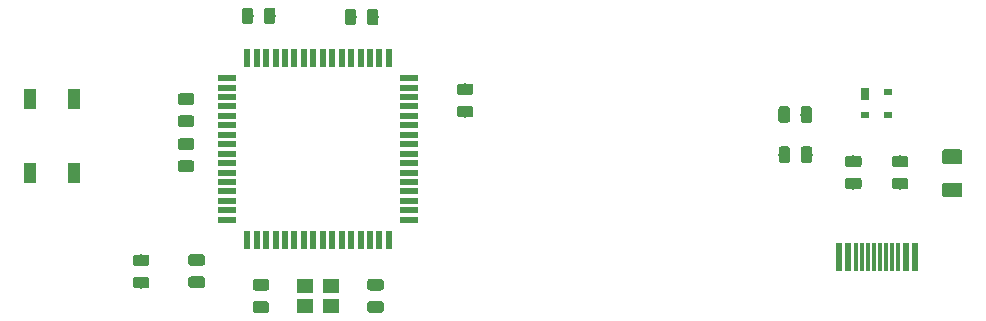
<source format=gbr>
G04 #@! TF.GenerationSoftware,KiCad,Pcbnew,(5.1.4)-1*
G04 #@! TF.CreationDate,2019-11-16T14:40:23-08:00*
G04 #@! TF.ProjectId,controller,636f6e74-726f-46c6-9c65-722e6b696361,rev?*
G04 #@! TF.SameCoordinates,Original*
G04 #@! TF.FileFunction,Paste,Top*
G04 #@! TF.FilePolarity,Positive*
%FSLAX46Y46*%
G04 Gerber Fmt 4.6, Leading zero omitted, Abs format (unit mm)*
G04 Created by KiCad (PCBNEW (5.1.4)-1) date 2019-11-16 14:40:23*
%MOMM*%
%LPD*%
G04 APERTURE LIST*
%ADD10R,0.550000X1.500000*%
%ADD11R,1.500000X0.550000*%
%ADD12R,1.400000X1.200000*%
%ADD13R,0.300000X2.450000*%
%ADD14R,0.600000X2.450000*%
%ADD15R,0.700000X1.000000*%
%ADD16R,0.700000X0.600000*%
%ADD17R,1.100000X1.800000*%
%ADD18C,0.100000*%
%ADD19C,0.975000*%
%ADD20C,1.250000*%
G04 APERTURE END LIST*
D10*
X62578474Y-86274481D03*
X63378474Y-86274481D03*
X64178474Y-86274481D03*
X64978474Y-86274481D03*
X65778474Y-86274481D03*
X66578474Y-86274481D03*
X67378474Y-86274481D03*
X68178474Y-86274481D03*
X68978474Y-86274481D03*
X69778474Y-86274481D03*
X70578474Y-86274481D03*
X71378474Y-86274481D03*
X72178474Y-86274481D03*
X72978474Y-86274481D03*
X73778474Y-86274481D03*
X74578474Y-86274481D03*
D11*
X76278474Y-87974481D03*
X76278474Y-88774481D03*
X76278474Y-89574481D03*
X76278474Y-90374481D03*
X76278474Y-91174481D03*
X76278474Y-91974481D03*
X76278474Y-92774481D03*
X76278474Y-93574481D03*
X76278474Y-94374481D03*
X76278474Y-95174481D03*
X76278474Y-95974481D03*
X76278474Y-96774481D03*
X76278474Y-97574481D03*
X76278474Y-98374481D03*
X76278474Y-99174481D03*
X76278474Y-99974481D03*
D10*
X74578474Y-101674481D03*
X73778474Y-101674481D03*
X72978474Y-101674481D03*
X72178474Y-101674481D03*
X71378474Y-101674481D03*
X70578474Y-101674481D03*
X69778474Y-101674481D03*
X68978474Y-101674481D03*
X68178474Y-101674481D03*
X67378474Y-101674481D03*
X66578474Y-101674481D03*
X65778474Y-101674481D03*
X64978474Y-101674481D03*
X64178474Y-101674481D03*
X63378474Y-101674481D03*
X62578474Y-101674481D03*
D11*
X60878474Y-99974481D03*
X60878474Y-99174481D03*
X60878474Y-98374481D03*
X60878474Y-97574481D03*
X60878474Y-96774481D03*
X60878474Y-95974481D03*
X60878474Y-95174481D03*
X60878474Y-94374481D03*
X60878474Y-93574481D03*
X60878474Y-92774481D03*
X60878474Y-91974481D03*
X60878474Y-91174481D03*
X60878474Y-90374481D03*
X60878474Y-89574481D03*
X60878474Y-88774481D03*
X60878474Y-87974481D03*
D12*
X69693470Y-107248201D03*
X67493470Y-107248201D03*
X67493470Y-105548201D03*
X69693470Y-105548201D03*
D13*
X115637500Y-103152250D03*
X116137500Y-103152250D03*
X116637500Y-103152250D03*
X115137500Y-103152250D03*
X117137500Y-103152250D03*
X114637500Y-103152250D03*
X117637500Y-103152250D03*
X114137500Y-103152250D03*
D14*
X113437500Y-103152250D03*
X118337500Y-103152250D03*
X112662500Y-103152250D03*
X119112500Y-103152250D03*
D15*
X114871750Y-89359000D03*
D16*
X116871750Y-89159000D03*
X114871750Y-91059000D03*
X116871750Y-91059000D03*
D17*
X47887500Y-89768750D03*
X44187500Y-95968750D03*
X44187500Y-89768750D03*
X47887500Y-95968750D03*
D18*
G36*
X54074142Y-102921674D02*
G01*
X54097803Y-102925184D01*
X54121007Y-102930996D01*
X54143529Y-102939054D01*
X54165153Y-102949282D01*
X54185670Y-102961579D01*
X54204883Y-102975829D01*
X54222607Y-102991893D01*
X54238671Y-103009617D01*
X54252921Y-103028830D01*
X54265218Y-103049347D01*
X54275446Y-103070971D01*
X54283504Y-103093493D01*
X54289316Y-103116697D01*
X54292826Y-103140358D01*
X54294000Y-103164250D01*
X54294000Y-103651750D01*
X54292826Y-103675642D01*
X54289316Y-103699303D01*
X54283504Y-103722507D01*
X54275446Y-103745029D01*
X54265218Y-103766653D01*
X54252921Y-103787170D01*
X54238671Y-103806383D01*
X54222607Y-103824107D01*
X54204883Y-103840171D01*
X54185670Y-103854421D01*
X54165153Y-103866718D01*
X54143529Y-103876946D01*
X54121007Y-103885004D01*
X54097803Y-103890816D01*
X54074142Y-103894326D01*
X54050250Y-103895500D01*
X53137750Y-103895500D01*
X53113858Y-103894326D01*
X53090197Y-103890816D01*
X53066993Y-103885004D01*
X53044471Y-103876946D01*
X53022847Y-103866718D01*
X53002330Y-103854421D01*
X52983117Y-103840171D01*
X52965393Y-103824107D01*
X52949329Y-103806383D01*
X52935079Y-103787170D01*
X52922782Y-103766653D01*
X52912554Y-103745029D01*
X52904496Y-103722507D01*
X52898684Y-103699303D01*
X52895174Y-103675642D01*
X52894000Y-103651750D01*
X52894000Y-103164250D01*
X52895174Y-103140358D01*
X52898684Y-103116697D01*
X52904496Y-103093493D01*
X52912554Y-103070971D01*
X52922782Y-103049347D01*
X52935079Y-103028830D01*
X52949329Y-103009617D01*
X52965393Y-102991893D01*
X52983117Y-102975829D01*
X53002330Y-102961579D01*
X53022847Y-102949282D01*
X53044471Y-102939054D01*
X53066993Y-102930996D01*
X53090197Y-102925184D01*
X53113858Y-102921674D01*
X53137750Y-102920500D01*
X54050250Y-102920500D01*
X54074142Y-102921674D01*
X54074142Y-102921674D01*
G37*
D19*
X53594000Y-103408000D03*
D18*
G36*
X54074142Y-104796674D02*
G01*
X54097803Y-104800184D01*
X54121007Y-104805996D01*
X54143529Y-104814054D01*
X54165153Y-104824282D01*
X54185670Y-104836579D01*
X54204883Y-104850829D01*
X54222607Y-104866893D01*
X54238671Y-104884617D01*
X54252921Y-104903830D01*
X54265218Y-104924347D01*
X54275446Y-104945971D01*
X54283504Y-104968493D01*
X54289316Y-104991697D01*
X54292826Y-105015358D01*
X54294000Y-105039250D01*
X54294000Y-105526750D01*
X54292826Y-105550642D01*
X54289316Y-105574303D01*
X54283504Y-105597507D01*
X54275446Y-105620029D01*
X54265218Y-105641653D01*
X54252921Y-105662170D01*
X54238671Y-105681383D01*
X54222607Y-105699107D01*
X54204883Y-105715171D01*
X54185670Y-105729421D01*
X54165153Y-105741718D01*
X54143529Y-105751946D01*
X54121007Y-105760004D01*
X54097803Y-105765816D01*
X54074142Y-105769326D01*
X54050250Y-105770500D01*
X53137750Y-105770500D01*
X53113858Y-105769326D01*
X53090197Y-105765816D01*
X53066993Y-105760004D01*
X53044471Y-105751946D01*
X53022847Y-105741718D01*
X53002330Y-105729421D01*
X52983117Y-105715171D01*
X52965393Y-105699107D01*
X52949329Y-105681383D01*
X52935079Y-105662170D01*
X52922782Y-105641653D01*
X52912554Y-105620029D01*
X52904496Y-105597507D01*
X52898684Y-105574303D01*
X52895174Y-105550642D01*
X52894000Y-105526750D01*
X52894000Y-105039250D01*
X52895174Y-105015358D01*
X52898684Y-104991697D01*
X52904496Y-104968493D01*
X52912554Y-104945971D01*
X52922782Y-104924347D01*
X52935079Y-104903830D01*
X52949329Y-104884617D01*
X52965393Y-104866893D01*
X52983117Y-104850829D01*
X53002330Y-104836579D01*
X53022847Y-104824282D01*
X53044471Y-104814054D01*
X53066993Y-104805996D01*
X53090197Y-104800184D01*
X53113858Y-104796674D01*
X53137750Y-104795500D01*
X54050250Y-104795500D01*
X54074142Y-104796674D01*
X54074142Y-104796674D01*
G37*
D19*
X53594000Y-105283000D03*
D18*
G36*
X81506142Y-88443674D02*
G01*
X81529803Y-88447184D01*
X81553007Y-88452996D01*
X81575529Y-88461054D01*
X81597153Y-88471282D01*
X81617670Y-88483579D01*
X81636883Y-88497829D01*
X81654607Y-88513893D01*
X81670671Y-88531617D01*
X81684921Y-88550830D01*
X81697218Y-88571347D01*
X81707446Y-88592971D01*
X81715504Y-88615493D01*
X81721316Y-88638697D01*
X81724826Y-88662358D01*
X81726000Y-88686250D01*
X81726000Y-89173750D01*
X81724826Y-89197642D01*
X81721316Y-89221303D01*
X81715504Y-89244507D01*
X81707446Y-89267029D01*
X81697218Y-89288653D01*
X81684921Y-89309170D01*
X81670671Y-89328383D01*
X81654607Y-89346107D01*
X81636883Y-89362171D01*
X81617670Y-89376421D01*
X81597153Y-89388718D01*
X81575529Y-89398946D01*
X81553007Y-89407004D01*
X81529803Y-89412816D01*
X81506142Y-89416326D01*
X81482250Y-89417500D01*
X80569750Y-89417500D01*
X80545858Y-89416326D01*
X80522197Y-89412816D01*
X80498993Y-89407004D01*
X80476471Y-89398946D01*
X80454847Y-89388718D01*
X80434330Y-89376421D01*
X80415117Y-89362171D01*
X80397393Y-89346107D01*
X80381329Y-89328383D01*
X80367079Y-89309170D01*
X80354782Y-89288653D01*
X80344554Y-89267029D01*
X80336496Y-89244507D01*
X80330684Y-89221303D01*
X80327174Y-89197642D01*
X80326000Y-89173750D01*
X80326000Y-88686250D01*
X80327174Y-88662358D01*
X80330684Y-88638697D01*
X80336496Y-88615493D01*
X80344554Y-88592971D01*
X80354782Y-88571347D01*
X80367079Y-88550830D01*
X80381329Y-88531617D01*
X80397393Y-88513893D01*
X80415117Y-88497829D01*
X80434330Y-88483579D01*
X80454847Y-88471282D01*
X80476471Y-88461054D01*
X80498993Y-88452996D01*
X80522197Y-88447184D01*
X80545858Y-88443674D01*
X80569750Y-88442500D01*
X81482250Y-88442500D01*
X81506142Y-88443674D01*
X81506142Y-88443674D01*
G37*
D19*
X81026000Y-88930000D03*
D18*
G36*
X81506142Y-90318674D02*
G01*
X81529803Y-90322184D01*
X81553007Y-90327996D01*
X81575529Y-90336054D01*
X81597153Y-90346282D01*
X81617670Y-90358579D01*
X81636883Y-90372829D01*
X81654607Y-90388893D01*
X81670671Y-90406617D01*
X81684921Y-90425830D01*
X81697218Y-90446347D01*
X81707446Y-90467971D01*
X81715504Y-90490493D01*
X81721316Y-90513697D01*
X81724826Y-90537358D01*
X81726000Y-90561250D01*
X81726000Y-91048750D01*
X81724826Y-91072642D01*
X81721316Y-91096303D01*
X81715504Y-91119507D01*
X81707446Y-91142029D01*
X81697218Y-91163653D01*
X81684921Y-91184170D01*
X81670671Y-91203383D01*
X81654607Y-91221107D01*
X81636883Y-91237171D01*
X81617670Y-91251421D01*
X81597153Y-91263718D01*
X81575529Y-91273946D01*
X81553007Y-91282004D01*
X81529803Y-91287816D01*
X81506142Y-91291326D01*
X81482250Y-91292500D01*
X80569750Y-91292500D01*
X80545858Y-91291326D01*
X80522197Y-91287816D01*
X80498993Y-91282004D01*
X80476471Y-91273946D01*
X80454847Y-91263718D01*
X80434330Y-91251421D01*
X80415117Y-91237171D01*
X80397393Y-91221107D01*
X80381329Y-91203383D01*
X80367079Y-91184170D01*
X80354782Y-91163653D01*
X80344554Y-91142029D01*
X80336496Y-91119507D01*
X80330684Y-91096303D01*
X80327174Y-91072642D01*
X80326000Y-91048750D01*
X80326000Y-90561250D01*
X80327174Y-90537358D01*
X80330684Y-90513697D01*
X80336496Y-90490493D01*
X80344554Y-90467971D01*
X80354782Y-90446347D01*
X80367079Y-90425830D01*
X80381329Y-90406617D01*
X80397393Y-90388893D01*
X80415117Y-90372829D01*
X80434330Y-90358579D01*
X80454847Y-90346282D01*
X80476471Y-90336054D01*
X80498993Y-90327996D01*
X80522197Y-90322184D01*
X80545858Y-90318674D01*
X80569750Y-90317500D01*
X81482250Y-90317500D01*
X81506142Y-90318674D01*
X81506142Y-90318674D01*
G37*
D19*
X81026000Y-90805000D03*
D18*
G36*
X108326409Y-93757424D02*
G01*
X108350070Y-93760934D01*
X108373274Y-93766746D01*
X108395796Y-93774804D01*
X108417420Y-93785032D01*
X108437937Y-93797329D01*
X108457150Y-93811579D01*
X108474874Y-93827643D01*
X108490938Y-93845367D01*
X108505188Y-93864580D01*
X108517485Y-93885097D01*
X108527713Y-93906721D01*
X108535771Y-93929243D01*
X108541583Y-93952447D01*
X108545093Y-93976108D01*
X108546267Y-94000000D01*
X108546267Y-94912500D01*
X108545093Y-94936392D01*
X108541583Y-94960053D01*
X108535771Y-94983257D01*
X108527713Y-95005779D01*
X108517485Y-95027403D01*
X108505188Y-95047920D01*
X108490938Y-95067133D01*
X108474874Y-95084857D01*
X108457150Y-95100921D01*
X108437937Y-95115171D01*
X108417420Y-95127468D01*
X108395796Y-95137696D01*
X108373274Y-95145754D01*
X108350070Y-95151566D01*
X108326409Y-95155076D01*
X108302517Y-95156250D01*
X107815017Y-95156250D01*
X107791125Y-95155076D01*
X107767464Y-95151566D01*
X107744260Y-95145754D01*
X107721738Y-95137696D01*
X107700114Y-95127468D01*
X107679597Y-95115171D01*
X107660384Y-95100921D01*
X107642660Y-95084857D01*
X107626596Y-95067133D01*
X107612346Y-95047920D01*
X107600049Y-95027403D01*
X107589821Y-95005779D01*
X107581763Y-94983257D01*
X107575951Y-94960053D01*
X107572441Y-94936392D01*
X107571267Y-94912500D01*
X107571267Y-94000000D01*
X107572441Y-93976108D01*
X107575951Y-93952447D01*
X107581763Y-93929243D01*
X107589821Y-93906721D01*
X107600049Y-93885097D01*
X107612346Y-93864580D01*
X107626596Y-93845367D01*
X107642660Y-93827643D01*
X107660384Y-93811579D01*
X107679597Y-93797329D01*
X107700114Y-93785032D01*
X107721738Y-93774804D01*
X107744260Y-93766746D01*
X107767464Y-93760934D01*
X107791125Y-93757424D01*
X107815017Y-93756250D01*
X108302517Y-93756250D01*
X108326409Y-93757424D01*
X108326409Y-93757424D01*
G37*
D19*
X108058767Y-94456250D03*
D18*
G36*
X110201409Y-93757424D02*
G01*
X110225070Y-93760934D01*
X110248274Y-93766746D01*
X110270796Y-93774804D01*
X110292420Y-93785032D01*
X110312937Y-93797329D01*
X110332150Y-93811579D01*
X110349874Y-93827643D01*
X110365938Y-93845367D01*
X110380188Y-93864580D01*
X110392485Y-93885097D01*
X110402713Y-93906721D01*
X110410771Y-93929243D01*
X110416583Y-93952447D01*
X110420093Y-93976108D01*
X110421267Y-94000000D01*
X110421267Y-94912500D01*
X110420093Y-94936392D01*
X110416583Y-94960053D01*
X110410771Y-94983257D01*
X110402713Y-95005779D01*
X110392485Y-95027403D01*
X110380188Y-95047920D01*
X110365938Y-95067133D01*
X110349874Y-95084857D01*
X110332150Y-95100921D01*
X110312937Y-95115171D01*
X110292420Y-95127468D01*
X110270796Y-95137696D01*
X110248274Y-95145754D01*
X110225070Y-95151566D01*
X110201409Y-95155076D01*
X110177517Y-95156250D01*
X109690017Y-95156250D01*
X109666125Y-95155076D01*
X109642464Y-95151566D01*
X109619260Y-95145754D01*
X109596738Y-95137696D01*
X109575114Y-95127468D01*
X109554597Y-95115171D01*
X109535384Y-95100921D01*
X109517660Y-95084857D01*
X109501596Y-95067133D01*
X109487346Y-95047920D01*
X109475049Y-95027403D01*
X109464821Y-95005779D01*
X109456763Y-94983257D01*
X109450951Y-94960053D01*
X109447441Y-94936392D01*
X109446267Y-94912500D01*
X109446267Y-94000000D01*
X109447441Y-93976108D01*
X109450951Y-93952447D01*
X109456763Y-93929243D01*
X109464821Y-93906721D01*
X109475049Y-93885097D01*
X109487346Y-93864580D01*
X109501596Y-93845367D01*
X109517660Y-93827643D01*
X109535384Y-93811579D01*
X109554597Y-93797329D01*
X109575114Y-93785032D01*
X109596738Y-93774804D01*
X109619260Y-93766746D01*
X109642464Y-93760934D01*
X109666125Y-93757424D01*
X109690017Y-93756250D01*
X110177517Y-93756250D01*
X110201409Y-93757424D01*
X110201409Y-93757424D01*
G37*
D19*
X109933767Y-94456250D03*
D18*
G36*
X110186409Y-90360174D02*
G01*
X110210070Y-90363684D01*
X110233274Y-90369496D01*
X110255796Y-90377554D01*
X110277420Y-90387782D01*
X110297937Y-90400079D01*
X110317150Y-90414329D01*
X110334874Y-90430393D01*
X110350938Y-90448117D01*
X110365188Y-90467330D01*
X110377485Y-90487847D01*
X110387713Y-90509471D01*
X110395771Y-90531993D01*
X110401583Y-90555197D01*
X110405093Y-90578858D01*
X110406267Y-90602750D01*
X110406267Y-91515250D01*
X110405093Y-91539142D01*
X110401583Y-91562803D01*
X110395771Y-91586007D01*
X110387713Y-91608529D01*
X110377485Y-91630153D01*
X110365188Y-91650670D01*
X110350938Y-91669883D01*
X110334874Y-91687607D01*
X110317150Y-91703671D01*
X110297937Y-91717921D01*
X110277420Y-91730218D01*
X110255796Y-91740446D01*
X110233274Y-91748504D01*
X110210070Y-91754316D01*
X110186409Y-91757826D01*
X110162517Y-91759000D01*
X109675017Y-91759000D01*
X109651125Y-91757826D01*
X109627464Y-91754316D01*
X109604260Y-91748504D01*
X109581738Y-91740446D01*
X109560114Y-91730218D01*
X109539597Y-91717921D01*
X109520384Y-91703671D01*
X109502660Y-91687607D01*
X109486596Y-91669883D01*
X109472346Y-91650670D01*
X109460049Y-91630153D01*
X109449821Y-91608529D01*
X109441763Y-91586007D01*
X109435951Y-91562803D01*
X109432441Y-91539142D01*
X109431267Y-91515250D01*
X109431267Y-90602750D01*
X109432441Y-90578858D01*
X109435951Y-90555197D01*
X109441763Y-90531993D01*
X109449821Y-90509471D01*
X109460049Y-90487847D01*
X109472346Y-90467330D01*
X109486596Y-90448117D01*
X109502660Y-90430393D01*
X109520384Y-90414329D01*
X109539597Y-90400079D01*
X109560114Y-90387782D01*
X109581738Y-90377554D01*
X109604260Y-90369496D01*
X109627464Y-90363684D01*
X109651125Y-90360174D01*
X109675017Y-90359000D01*
X110162517Y-90359000D01*
X110186409Y-90360174D01*
X110186409Y-90360174D01*
G37*
D19*
X109918767Y-91059000D03*
D18*
G36*
X108311409Y-90360174D02*
G01*
X108335070Y-90363684D01*
X108358274Y-90369496D01*
X108380796Y-90377554D01*
X108402420Y-90387782D01*
X108422937Y-90400079D01*
X108442150Y-90414329D01*
X108459874Y-90430393D01*
X108475938Y-90448117D01*
X108490188Y-90467330D01*
X108502485Y-90487847D01*
X108512713Y-90509471D01*
X108520771Y-90531993D01*
X108526583Y-90555197D01*
X108530093Y-90578858D01*
X108531267Y-90602750D01*
X108531267Y-91515250D01*
X108530093Y-91539142D01*
X108526583Y-91562803D01*
X108520771Y-91586007D01*
X108512713Y-91608529D01*
X108502485Y-91630153D01*
X108490188Y-91650670D01*
X108475938Y-91669883D01*
X108459874Y-91687607D01*
X108442150Y-91703671D01*
X108422937Y-91717921D01*
X108402420Y-91730218D01*
X108380796Y-91740446D01*
X108358274Y-91748504D01*
X108335070Y-91754316D01*
X108311409Y-91757826D01*
X108287517Y-91759000D01*
X107800017Y-91759000D01*
X107776125Y-91757826D01*
X107752464Y-91754316D01*
X107729260Y-91748504D01*
X107706738Y-91740446D01*
X107685114Y-91730218D01*
X107664597Y-91717921D01*
X107645384Y-91703671D01*
X107627660Y-91687607D01*
X107611596Y-91669883D01*
X107597346Y-91650670D01*
X107585049Y-91630153D01*
X107574821Y-91608529D01*
X107566763Y-91586007D01*
X107560951Y-91562803D01*
X107557441Y-91539142D01*
X107556267Y-91515250D01*
X107556267Y-90602750D01*
X107557441Y-90578858D01*
X107560951Y-90555197D01*
X107566763Y-90531993D01*
X107574821Y-90509471D01*
X107585049Y-90487847D01*
X107597346Y-90467330D01*
X107611596Y-90448117D01*
X107627660Y-90430393D01*
X107645384Y-90414329D01*
X107664597Y-90400079D01*
X107685114Y-90387782D01*
X107706738Y-90377554D01*
X107729260Y-90369496D01*
X107752464Y-90363684D01*
X107776125Y-90360174D01*
X107800017Y-90359000D01*
X108287517Y-90359000D01*
X108311409Y-90360174D01*
X108311409Y-90360174D01*
G37*
D19*
X108043767Y-91059000D03*
D18*
G36*
X118343000Y-94542748D02*
G01*
X118366661Y-94546258D01*
X118389865Y-94552070D01*
X118412387Y-94560128D01*
X118434011Y-94570356D01*
X118454528Y-94582653D01*
X118473741Y-94596903D01*
X118491465Y-94612967D01*
X118507529Y-94630691D01*
X118521779Y-94649904D01*
X118534076Y-94670421D01*
X118544304Y-94692045D01*
X118552362Y-94714567D01*
X118558174Y-94737771D01*
X118561684Y-94761432D01*
X118562858Y-94785324D01*
X118562858Y-95272824D01*
X118561684Y-95296716D01*
X118558174Y-95320377D01*
X118552362Y-95343581D01*
X118544304Y-95366103D01*
X118534076Y-95387727D01*
X118521779Y-95408244D01*
X118507529Y-95427457D01*
X118491465Y-95445181D01*
X118473741Y-95461245D01*
X118454528Y-95475495D01*
X118434011Y-95487792D01*
X118412387Y-95498020D01*
X118389865Y-95506078D01*
X118366661Y-95511890D01*
X118343000Y-95515400D01*
X118319108Y-95516574D01*
X117406608Y-95516574D01*
X117382716Y-95515400D01*
X117359055Y-95511890D01*
X117335851Y-95506078D01*
X117313329Y-95498020D01*
X117291705Y-95487792D01*
X117271188Y-95475495D01*
X117251975Y-95461245D01*
X117234251Y-95445181D01*
X117218187Y-95427457D01*
X117203937Y-95408244D01*
X117191640Y-95387727D01*
X117181412Y-95366103D01*
X117173354Y-95343581D01*
X117167542Y-95320377D01*
X117164032Y-95296716D01*
X117162858Y-95272824D01*
X117162858Y-94785324D01*
X117164032Y-94761432D01*
X117167542Y-94737771D01*
X117173354Y-94714567D01*
X117181412Y-94692045D01*
X117191640Y-94670421D01*
X117203937Y-94649904D01*
X117218187Y-94630691D01*
X117234251Y-94612967D01*
X117251975Y-94596903D01*
X117271188Y-94582653D01*
X117291705Y-94570356D01*
X117313329Y-94560128D01*
X117335851Y-94552070D01*
X117359055Y-94546258D01*
X117382716Y-94542748D01*
X117406608Y-94541574D01*
X118319108Y-94541574D01*
X118343000Y-94542748D01*
X118343000Y-94542748D01*
G37*
D19*
X117862858Y-95029074D03*
D18*
G36*
X118343000Y-96417748D02*
G01*
X118366661Y-96421258D01*
X118389865Y-96427070D01*
X118412387Y-96435128D01*
X118434011Y-96445356D01*
X118454528Y-96457653D01*
X118473741Y-96471903D01*
X118491465Y-96487967D01*
X118507529Y-96505691D01*
X118521779Y-96524904D01*
X118534076Y-96545421D01*
X118544304Y-96567045D01*
X118552362Y-96589567D01*
X118558174Y-96612771D01*
X118561684Y-96636432D01*
X118562858Y-96660324D01*
X118562858Y-97147824D01*
X118561684Y-97171716D01*
X118558174Y-97195377D01*
X118552362Y-97218581D01*
X118544304Y-97241103D01*
X118534076Y-97262727D01*
X118521779Y-97283244D01*
X118507529Y-97302457D01*
X118491465Y-97320181D01*
X118473741Y-97336245D01*
X118454528Y-97350495D01*
X118434011Y-97362792D01*
X118412387Y-97373020D01*
X118389865Y-97381078D01*
X118366661Y-97386890D01*
X118343000Y-97390400D01*
X118319108Y-97391574D01*
X117406608Y-97391574D01*
X117382716Y-97390400D01*
X117359055Y-97386890D01*
X117335851Y-97381078D01*
X117313329Y-97373020D01*
X117291705Y-97362792D01*
X117271188Y-97350495D01*
X117251975Y-97336245D01*
X117234251Y-97320181D01*
X117218187Y-97302457D01*
X117203937Y-97283244D01*
X117191640Y-97262727D01*
X117181412Y-97241103D01*
X117173354Y-97218581D01*
X117167542Y-97195377D01*
X117164032Y-97171716D01*
X117162858Y-97147824D01*
X117162858Y-96660324D01*
X117164032Y-96636432D01*
X117167542Y-96612771D01*
X117173354Y-96589567D01*
X117181412Y-96567045D01*
X117191640Y-96545421D01*
X117203937Y-96524904D01*
X117218187Y-96505691D01*
X117234251Y-96487967D01*
X117251975Y-96471903D01*
X117271188Y-96457653D01*
X117291705Y-96445356D01*
X117313329Y-96435128D01*
X117335851Y-96427070D01*
X117359055Y-96421258D01*
X117382716Y-96417748D01*
X117406608Y-96416574D01*
X118319108Y-96416574D01*
X118343000Y-96417748D01*
X118343000Y-96417748D01*
G37*
D19*
X117862858Y-96904074D03*
D18*
G36*
X114374250Y-94542748D02*
G01*
X114397911Y-94546258D01*
X114421115Y-94552070D01*
X114443637Y-94560128D01*
X114465261Y-94570356D01*
X114485778Y-94582653D01*
X114504991Y-94596903D01*
X114522715Y-94612967D01*
X114538779Y-94630691D01*
X114553029Y-94649904D01*
X114565326Y-94670421D01*
X114575554Y-94692045D01*
X114583612Y-94714567D01*
X114589424Y-94737771D01*
X114592934Y-94761432D01*
X114594108Y-94785324D01*
X114594108Y-95272824D01*
X114592934Y-95296716D01*
X114589424Y-95320377D01*
X114583612Y-95343581D01*
X114575554Y-95366103D01*
X114565326Y-95387727D01*
X114553029Y-95408244D01*
X114538779Y-95427457D01*
X114522715Y-95445181D01*
X114504991Y-95461245D01*
X114485778Y-95475495D01*
X114465261Y-95487792D01*
X114443637Y-95498020D01*
X114421115Y-95506078D01*
X114397911Y-95511890D01*
X114374250Y-95515400D01*
X114350358Y-95516574D01*
X113437858Y-95516574D01*
X113413966Y-95515400D01*
X113390305Y-95511890D01*
X113367101Y-95506078D01*
X113344579Y-95498020D01*
X113322955Y-95487792D01*
X113302438Y-95475495D01*
X113283225Y-95461245D01*
X113265501Y-95445181D01*
X113249437Y-95427457D01*
X113235187Y-95408244D01*
X113222890Y-95387727D01*
X113212662Y-95366103D01*
X113204604Y-95343581D01*
X113198792Y-95320377D01*
X113195282Y-95296716D01*
X113194108Y-95272824D01*
X113194108Y-94785324D01*
X113195282Y-94761432D01*
X113198792Y-94737771D01*
X113204604Y-94714567D01*
X113212662Y-94692045D01*
X113222890Y-94670421D01*
X113235187Y-94649904D01*
X113249437Y-94630691D01*
X113265501Y-94612967D01*
X113283225Y-94596903D01*
X113302438Y-94582653D01*
X113322955Y-94570356D01*
X113344579Y-94560128D01*
X113367101Y-94552070D01*
X113390305Y-94546258D01*
X113413966Y-94542748D01*
X113437858Y-94541574D01*
X114350358Y-94541574D01*
X114374250Y-94542748D01*
X114374250Y-94542748D01*
G37*
D19*
X113894108Y-95029074D03*
D18*
G36*
X114374250Y-96417748D02*
G01*
X114397911Y-96421258D01*
X114421115Y-96427070D01*
X114443637Y-96435128D01*
X114465261Y-96445356D01*
X114485778Y-96457653D01*
X114504991Y-96471903D01*
X114522715Y-96487967D01*
X114538779Y-96505691D01*
X114553029Y-96524904D01*
X114565326Y-96545421D01*
X114575554Y-96567045D01*
X114583612Y-96589567D01*
X114589424Y-96612771D01*
X114592934Y-96636432D01*
X114594108Y-96660324D01*
X114594108Y-97147824D01*
X114592934Y-97171716D01*
X114589424Y-97195377D01*
X114583612Y-97218581D01*
X114575554Y-97241103D01*
X114565326Y-97262727D01*
X114553029Y-97283244D01*
X114538779Y-97302457D01*
X114522715Y-97320181D01*
X114504991Y-97336245D01*
X114485778Y-97350495D01*
X114465261Y-97362792D01*
X114443637Y-97373020D01*
X114421115Y-97381078D01*
X114397911Y-97386890D01*
X114374250Y-97390400D01*
X114350358Y-97391574D01*
X113437858Y-97391574D01*
X113413966Y-97390400D01*
X113390305Y-97386890D01*
X113367101Y-97381078D01*
X113344579Y-97373020D01*
X113322955Y-97362792D01*
X113302438Y-97350495D01*
X113283225Y-97336245D01*
X113265501Y-97320181D01*
X113249437Y-97302457D01*
X113235187Y-97283244D01*
X113222890Y-97262727D01*
X113212662Y-97241103D01*
X113204604Y-97218581D01*
X113198792Y-97195377D01*
X113195282Y-97171716D01*
X113194108Y-97147824D01*
X113194108Y-96660324D01*
X113195282Y-96636432D01*
X113198792Y-96612771D01*
X113204604Y-96589567D01*
X113212662Y-96567045D01*
X113222890Y-96545421D01*
X113235187Y-96524904D01*
X113249437Y-96505691D01*
X113265501Y-96487967D01*
X113283225Y-96471903D01*
X113302438Y-96457653D01*
X113322955Y-96445356D01*
X113344579Y-96435128D01*
X113367101Y-96427070D01*
X113390305Y-96421258D01*
X113413966Y-96417748D01*
X113437858Y-96416574D01*
X114350358Y-96416574D01*
X114374250Y-96417748D01*
X114374250Y-96417748D01*
G37*
D19*
X113894108Y-96904074D03*
D18*
G36*
X122911056Y-96818983D02*
G01*
X122935325Y-96822583D01*
X122959123Y-96828544D01*
X122982223Y-96836809D01*
X123004401Y-96847299D01*
X123025445Y-96859912D01*
X123045150Y-96874526D01*
X123063329Y-96891002D01*
X123079805Y-96909181D01*
X123094419Y-96928886D01*
X123107032Y-96949930D01*
X123117522Y-96972108D01*
X123125787Y-96995208D01*
X123131748Y-97019006D01*
X123135348Y-97043275D01*
X123136552Y-97067779D01*
X123136552Y-97817779D01*
X123135348Y-97842283D01*
X123131748Y-97866552D01*
X123125787Y-97890350D01*
X123117522Y-97913450D01*
X123107032Y-97935628D01*
X123094419Y-97956672D01*
X123079805Y-97976377D01*
X123063329Y-97994556D01*
X123045150Y-98011032D01*
X123025445Y-98025646D01*
X123004401Y-98038259D01*
X122982223Y-98048749D01*
X122959123Y-98057014D01*
X122935325Y-98062975D01*
X122911056Y-98066575D01*
X122886552Y-98067779D01*
X121636552Y-98067779D01*
X121612048Y-98066575D01*
X121587779Y-98062975D01*
X121563981Y-98057014D01*
X121540881Y-98048749D01*
X121518703Y-98038259D01*
X121497659Y-98025646D01*
X121477954Y-98011032D01*
X121459775Y-97994556D01*
X121443299Y-97976377D01*
X121428685Y-97956672D01*
X121416072Y-97935628D01*
X121405582Y-97913450D01*
X121397317Y-97890350D01*
X121391356Y-97866552D01*
X121387756Y-97842283D01*
X121386552Y-97817779D01*
X121386552Y-97067779D01*
X121387756Y-97043275D01*
X121391356Y-97019006D01*
X121397317Y-96995208D01*
X121405582Y-96972108D01*
X121416072Y-96949930D01*
X121428685Y-96928886D01*
X121443299Y-96909181D01*
X121459775Y-96891002D01*
X121477954Y-96874526D01*
X121497659Y-96859912D01*
X121518703Y-96847299D01*
X121540881Y-96836809D01*
X121563981Y-96828544D01*
X121587779Y-96822583D01*
X121612048Y-96818983D01*
X121636552Y-96817779D01*
X122886552Y-96817779D01*
X122911056Y-96818983D01*
X122911056Y-96818983D01*
G37*
D20*
X122261552Y-97442779D03*
D18*
G36*
X122911056Y-94018983D02*
G01*
X122935325Y-94022583D01*
X122959123Y-94028544D01*
X122982223Y-94036809D01*
X123004401Y-94047299D01*
X123025445Y-94059912D01*
X123045150Y-94074526D01*
X123063329Y-94091002D01*
X123079805Y-94109181D01*
X123094419Y-94128886D01*
X123107032Y-94149930D01*
X123117522Y-94172108D01*
X123125787Y-94195208D01*
X123131748Y-94219006D01*
X123135348Y-94243275D01*
X123136552Y-94267779D01*
X123136552Y-95017779D01*
X123135348Y-95042283D01*
X123131748Y-95066552D01*
X123125787Y-95090350D01*
X123117522Y-95113450D01*
X123107032Y-95135628D01*
X123094419Y-95156672D01*
X123079805Y-95176377D01*
X123063329Y-95194556D01*
X123045150Y-95211032D01*
X123025445Y-95225646D01*
X123004401Y-95238259D01*
X122982223Y-95248749D01*
X122959123Y-95257014D01*
X122935325Y-95262975D01*
X122911056Y-95266575D01*
X122886552Y-95267779D01*
X121636552Y-95267779D01*
X121612048Y-95266575D01*
X121587779Y-95262975D01*
X121563981Y-95257014D01*
X121540881Y-95248749D01*
X121518703Y-95238259D01*
X121497659Y-95225646D01*
X121477954Y-95211032D01*
X121459775Y-95194556D01*
X121443299Y-95176377D01*
X121428685Y-95156672D01*
X121416072Y-95135628D01*
X121405582Y-95113450D01*
X121397317Y-95090350D01*
X121391356Y-95066552D01*
X121387756Y-95042283D01*
X121386552Y-95017779D01*
X121386552Y-94267779D01*
X121387756Y-94243275D01*
X121391356Y-94219006D01*
X121397317Y-94195208D01*
X121405582Y-94172108D01*
X121416072Y-94149930D01*
X121428685Y-94128886D01*
X121443299Y-94109181D01*
X121459775Y-94091002D01*
X121477954Y-94074526D01*
X121497659Y-94059912D01*
X121518703Y-94047299D01*
X121540881Y-94036809D01*
X121563981Y-94028544D01*
X121587779Y-94022583D01*
X121612048Y-94018983D01*
X121636552Y-94017779D01*
X122886552Y-94017779D01*
X122911056Y-94018983D01*
X122911056Y-94018983D01*
G37*
D20*
X122261552Y-94642779D03*
D18*
G36*
X57884142Y-89254174D02*
G01*
X57907803Y-89257684D01*
X57931007Y-89263496D01*
X57953529Y-89271554D01*
X57975153Y-89281782D01*
X57995670Y-89294079D01*
X58014883Y-89308329D01*
X58032607Y-89324393D01*
X58048671Y-89342117D01*
X58062921Y-89361330D01*
X58075218Y-89381847D01*
X58085446Y-89403471D01*
X58093504Y-89425993D01*
X58099316Y-89449197D01*
X58102826Y-89472858D01*
X58104000Y-89496750D01*
X58104000Y-89984250D01*
X58102826Y-90008142D01*
X58099316Y-90031803D01*
X58093504Y-90055007D01*
X58085446Y-90077529D01*
X58075218Y-90099153D01*
X58062921Y-90119670D01*
X58048671Y-90138883D01*
X58032607Y-90156607D01*
X58014883Y-90172671D01*
X57995670Y-90186921D01*
X57975153Y-90199218D01*
X57953529Y-90209446D01*
X57931007Y-90217504D01*
X57907803Y-90223316D01*
X57884142Y-90226826D01*
X57860250Y-90228000D01*
X56947750Y-90228000D01*
X56923858Y-90226826D01*
X56900197Y-90223316D01*
X56876993Y-90217504D01*
X56854471Y-90209446D01*
X56832847Y-90199218D01*
X56812330Y-90186921D01*
X56793117Y-90172671D01*
X56775393Y-90156607D01*
X56759329Y-90138883D01*
X56745079Y-90119670D01*
X56732782Y-90099153D01*
X56722554Y-90077529D01*
X56714496Y-90055007D01*
X56708684Y-90031803D01*
X56705174Y-90008142D01*
X56704000Y-89984250D01*
X56704000Y-89496750D01*
X56705174Y-89472858D01*
X56708684Y-89449197D01*
X56714496Y-89425993D01*
X56722554Y-89403471D01*
X56732782Y-89381847D01*
X56745079Y-89361330D01*
X56759329Y-89342117D01*
X56775393Y-89324393D01*
X56793117Y-89308329D01*
X56812330Y-89294079D01*
X56832847Y-89281782D01*
X56854471Y-89271554D01*
X56876993Y-89263496D01*
X56900197Y-89257684D01*
X56923858Y-89254174D01*
X56947750Y-89253000D01*
X57860250Y-89253000D01*
X57884142Y-89254174D01*
X57884142Y-89254174D01*
G37*
D19*
X57404000Y-89740500D03*
D18*
G36*
X57884142Y-91129174D02*
G01*
X57907803Y-91132684D01*
X57931007Y-91138496D01*
X57953529Y-91146554D01*
X57975153Y-91156782D01*
X57995670Y-91169079D01*
X58014883Y-91183329D01*
X58032607Y-91199393D01*
X58048671Y-91217117D01*
X58062921Y-91236330D01*
X58075218Y-91256847D01*
X58085446Y-91278471D01*
X58093504Y-91300993D01*
X58099316Y-91324197D01*
X58102826Y-91347858D01*
X58104000Y-91371750D01*
X58104000Y-91859250D01*
X58102826Y-91883142D01*
X58099316Y-91906803D01*
X58093504Y-91930007D01*
X58085446Y-91952529D01*
X58075218Y-91974153D01*
X58062921Y-91994670D01*
X58048671Y-92013883D01*
X58032607Y-92031607D01*
X58014883Y-92047671D01*
X57995670Y-92061921D01*
X57975153Y-92074218D01*
X57953529Y-92084446D01*
X57931007Y-92092504D01*
X57907803Y-92098316D01*
X57884142Y-92101826D01*
X57860250Y-92103000D01*
X56947750Y-92103000D01*
X56923858Y-92101826D01*
X56900197Y-92098316D01*
X56876993Y-92092504D01*
X56854471Y-92084446D01*
X56832847Y-92074218D01*
X56812330Y-92061921D01*
X56793117Y-92047671D01*
X56775393Y-92031607D01*
X56759329Y-92013883D01*
X56745079Y-91994670D01*
X56732782Y-91974153D01*
X56722554Y-91952529D01*
X56714496Y-91930007D01*
X56708684Y-91906803D01*
X56705174Y-91883142D01*
X56704000Y-91859250D01*
X56704000Y-91371750D01*
X56705174Y-91347858D01*
X56708684Y-91324197D01*
X56714496Y-91300993D01*
X56722554Y-91278471D01*
X56732782Y-91256847D01*
X56745079Y-91236330D01*
X56759329Y-91217117D01*
X56775393Y-91199393D01*
X56793117Y-91183329D01*
X56812330Y-91169079D01*
X56832847Y-91156782D01*
X56854471Y-91146554D01*
X56876993Y-91138496D01*
X56900197Y-91132684D01*
X56923858Y-91129174D01*
X56947750Y-91128000D01*
X57860250Y-91128000D01*
X57884142Y-91129174D01*
X57884142Y-91129174D01*
G37*
D19*
X57404000Y-91615500D03*
D18*
G36*
X64750366Y-82004405D02*
G01*
X64774027Y-82007915D01*
X64797231Y-82013727D01*
X64819753Y-82021785D01*
X64841377Y-82032013D01*
X64861894Y-82044310D01*
X64881107Y-82058560D01*
X64898831Y-82074624D01*
X64914895Y-82092348D01*
X64929145Y-82111561D01*
X64941442Y-82132078D01*
X64951670Y-82153702D01*
X64959728Y-82176224D01*
X64965540Y-82199428D01*
X64969050Y-82223089D01*
X64970224Y-82246981D01*
X64970224Y-83159481D01*
X64969050Y-83183373D01*
X64965540Y-83207034D01*
X64959728Y-83230238D01*
X64951670Y-83252760D01*
X64941442Y-83274384D01*
X64929145Y-83294901D01*
X64914895Y-83314114D01*
X64898831Y-83331838D01*
X64881107Y-83347902D01*
X64861894Y-83362152D01*
X64841377Y-83374449D01*
X64819753Y-83384677D01*
X64797231Y-83392735D01*
X64774027Y-83398547D01*
X64750366Y-83402057D01*
X64726474Y-83403231D01*
X64238974Y-83403231D01*
X64215082Y-83402057D01*
X64191421Y-83398547D01*
X64168217Y-83392735D01*
X64145695Y-83384677D01*
X64124071Y-83374449D01*
X64103554Y-83362152D01*
X64084341Y-83347902D01*
X64066617Y-83331838D01*
X64050553Y-83314114D01*
X64036303Y-83294901D01*
X64024006Y-83274384D01*
X64013778Y-83252760D01*
X64005720Y-83230238D01*
X63999908Y-83207034D01*
X63996398Y-83183373D01*
X63995224Y-83159481D01*
X63995224Y-82246981D01*
X63996398Y-82223089D01*
X63999908Y-82199428D01*
X64005720Y-82176224D01*
X64013778Y-82153702D01*
X64024006Y-82132078D01*
X64036303Y-82111561D01*
X64050553Y-82092348D01*
X64066617Y-82074624D01*
X64084341Y-82058560D01*
X64103554Y-82044310D01*
X64124071Y-82032013D01*
X64145695Y-82021785D01*
X64168217Y-82013727D01*
X64191421Y-82007915D01*
X64215082Y-82004405D01*
X64238974Y-82003231D01*
X64726474Y-82003231D01*
X64750366Y-82004405D01*
X64750366Y-82004405D01*
G37*
D19*
X64482724Y-82703231D03*
D18*
G36*
X62875366Y-82004405D02*
G01*
X62899027Y-82007915D01*
X62922231Y-82013727D01*
X62944753Y-82021785D01*
X62966377Y-82032013D01*
X62986894Y-82044310D01*
X63006107Y-82058560D01*
X63023831Y-82074624D01*
X63039895Y-82092348D01*
X63054145Y-82111561D01*
X63066442Y-82132078D01*
X63076670Y-82153702D01*
X63084728Y-82176224D01*
X63090540Y-82199428D01*
X63094050Y-82223089D01*
X63095224Y-82246981D01*
X63095224Y-83159481D01*
X63094050Y-83183373D01*
X63090540Y-83207034D01*
X63084728Y-83230238D01*
X63076670Y-83252760D01*
X63066442Y-83274384D01*
X63054145Y-83294901D01*
X63039895Y-83314114D01*
X63023831Y-83331838D01*
X63006107Y-83347902D01*
X62986894Y-83362152D01*
X62966377Y-83374449D01*
X62944753Y-83384677D01*
X62922231Y-83392735D01*
X62899027Y-83398547D01*
X62875366Y-83402057D01*
X62851474Y-83403231D01*
X62363974Y-83403231D01*
X62340082Y-83402057D01*
X62316421Y-83398547D01*
X62293217Y-83392735D01*
X62270695Y-83384677D01*
X62249071Y-83374449D01*
X62228554Y-83362152D01*
X62209341Y-83347902D01*
X62191617Y-83331838D01*
X62175553Y-83314114D01*
X62161303Y-83294901D01*
X62149006Y-83274384D01*
X62138778Y-83252760D01*
X62130720Y-83230238D01*
X62124908Y-83207034D01*
X62121398Y-83183373D01*
X62120224Y-83159481D01*
X62120224Y-82246981D01*
X62121398Y-82223089D01*
X62124908Y-82199428D01*
X62130720Y-82176224D01*
X62138778Y-82153702D01*
X62149006Y-82132078D01*
X62161303Y-82111561D01*
X62175553Y-82092348D01*
X62191617Y-82074624D01*
X62209341Y-82058560D01*
X62228554Y-82044310D01*
X62249071Y-82032013D01*
X62270695Y-82021785D01*
X62293217Y-82013727D01*
X62316421Y-82007915D01*
X62340082Y-82004405D01*
X62363974Y-82003231D01*
X62851474Y-82003231D01*
X62875366Y-82004405D01*
X62875366Y-82004405D01*
G37*
D19*
X62607724Y-82703231D03*
D18*
G36*
X57884142Y-93064174D02*
G01*
X57907803Y-93067684D01*
X57931007Y-93073496D01*
X57953529Y-93081554D01*
X57975153Y-93091782D01*
X57995670Y-93104079D01*
X58014883Y-93118329D01*
X58032607Y-93134393D01*
X58048671Y-93152117D01*
X58062921Y-93171330D01*
X58075218Y-93191847D01*
X58085446Y-93213471D01*
X58093504Y-93235993D01*
X58099316Y-93259197D01*
X58102826Y-93282858D01*
X58104000Y-93306750D01*
X58104000Y-93794250D01*
X58102826Y-93818142D01*
X58099316Y-93841803D01*
X58093504Y-93865007D01*
X58085446Y-93887529D01*
X58075218Y-93909153D01*
X58062921Y-93929670D01*
X58048671Y-93948883D01*
X58032607Y-93966607D01*
X58014883Y-93982671D01*
X57995670Y-93996921D01*
X57975153Y-94009218D01*
X57953529Y-94019446D01*
X57931007Y-94027504D01*
X57907803Y-94033316D01*
X57884142Y-94036826D01*
X57860250Y-94038000D01*
X56947750Y-94038000D01*
X56923858Y-94036826D01*
X56900197Y-94033316D01*
X56876993Y-94027504D01*
X56854471Y-94019446D01*
X56832847Y-94009218D01*
X56812330Y-93996921D01*
X56793117Y-93982671D01*
X56775393Y-93966607D01*
X56759329Y-93948883D01*
X56745079Y-93929670D01*
X56732782Y-93909153D01*
X56722554Y-93887529D01*
X56714496Y-93865007D01*
X56708684Y-93841803D01*
X56705174Y-93818142D01*
X56704000Y-93794250D01*
X56704000Y-93306750D01*
X56705174Y-93282858D01*
X56708684Y-93259197D01*
X56714496Y-93235993D01*
X56722554Y-93213471D01*
X56732782Y-93191847D01*
X56745079Y-93171330D01*
X56759329Y-93152117D01*
X56775393Y-93134393D01*
X56793117Y-93118329D01*
X56812330Y-93104079D01*
X56832847Y-93091782D01*
X56854471Y-93081554D01*
X56876993Y-93073496D01*
X56900197Y-93067684D01*
X56923858Y-93064174D01*
X56947750Y-93063000D01*
X57860250Y-93063000D01*
X57884142Y-93064174D01*
X57884142Y-93064174D01*
G37*
D19*
X57404000Y-93550500D03*
D18*
G36*
X57884142Y-94939174D02*
G01*
X57907803Y-94942684D01*
X57931007Y-94948496D01*
X57953529Y-94956554D01*
X57975153Y-94966782D01*
X57995670Y-94979079D01*
X58014883Y-94993329D01*
X58032607Y-95009393D01*
X58048671Y-95027117D01*
X58062921Y-95046330D01*
X58075218Y-95066847D01*
X58085446Y-95088471D01*
X58093504Y-95110993D01*
X58099316Y-95134197D01*
X58102826Y-95157858D01*
X58104000Y-95181750D01*
X58104000Y-95669250D01*
X58102826Y-95693142D01*
X58099316Y-95716803D01*
X58093504Y-95740007D01*
X58085446Y-95762529D01*
X58075218Y-95784153D01*
X58062921Y-95804670D01*
X58048671Y-95823883D01*
X58032607Y-95841607D01*
X58014883Y-95857671D01*
X57995670Y-95871921D01*
X57975153Y-95884218D01*
X57953529Y-95894446D01*
X57931007Y-95902504D01*
X57907803Y-95908316D01*
X57884142Y-95911826D01*
X57860250Y-95913000D01*
X56947750Y-95913000D01*
X56923858Y-95911826D01*
X56900197Y-95908316D01*
X56876993Y-95902504D01*
X56854471Y-95894446D01*
X56832847Y-95884218D01*
X56812330Y-95871921D01*
X56793117Y-95857671D01*
X56775393Y-95841607D01*
X56759329Y-95823883D01*
X56745079Y-95804670D01*
X56732782Y-95784153D01*
X56722554Y-95762529D01*
X56714496Y-95740007D01*
X56708684Y-95716803D01*
X56705174Y-95693142D01*
X56704000Y-95669250D01*
X56704000Y-95181750D01*
X56705174Y-95157858D01*
X56708684Y-95134197D01*
X56714496Y-95110993D01*
X56722554Y-95088471D01*
X56732782Y-95066847D01*
X56745079Y-95046330D01*
X56759329Y-95027117D01*
X56775393Y-95009393D01*
X56793117Y-94993329D01*
X56812330Y-94979079D01*
X56832847Y-94966782D01*
X56854471Y-94956554D01*
X56876993Y-94948496D01*
X56900197Y-94942684D01*
X56923858Y-94939174D01*
X56947750Y-94938000D01*
X57860250Y-94938000D01*
X57884142Y-94939174D01*
X57884142Y-94939174D01*
G37*
D19*
X57404000Y-95425500D03*
D18*
G36*
X64209255Y-106866822D02*
G01*
X64232916Y-106870332D01*
X64256120Y-106876144D01*
X64278642Y-106884202D01*
X64300266Y-106894430D01*
X64320783Y-106906727D01*
X64339996Y-106920977D01*
X64357720Y-106937041D01*
X64373784Y-106954765D01*
X64388034Y-106973978D01*
X64400331Y-106994495D01*
X64410559Y-107016119D01*
X64418617Y-107038641D01*
X64424429Y-107061845D01*
X64427939Y-107085506D01*
X64429113Y-107109398D01*
X64429113Y-107596898D01*
X64427939Y-107620790D01*
X64424429Y-107644451D01*
X64418617Y-107667655D01*
X64410559Y-107690177D01*
X64400331Y-107711801D01*
X64388034Y-107732318D01*
X64373784Y-107751531D01*
X64357720Y-107769255D01*
X64339996Y-107785319D01*
X64320783Y-107799569D01*
X64300266Y-107811866D01*
X64278642Y-107822094D01*
X64256120Y-107830152D01*
X64232916Y-107835964D01*
X64209255Y-107839474D01*
X64185363Y-107840648D01*
X63272863Y-107840648D01*
X63248971Y-107839474D01*
X63225310Y-107835964D01*
X63202106Y-107830152D01*
X63179584Y-107822094D01*
X63157960Y-107811866D01*
X63137443Y-107799569D01*
X63118230Y-107785319D01*
X63100506Y-107769255D01*
X63084442Y-107751531D01*
X63070192Y-107732318D01*
X63057895Y-107711801D01*
X63047667Y-107690177D01*
X63039609Y-107667655D01*
X63033797Y-107644451D01*
X63030287Y-107620790D01*
X63029113Y-107596898D01*
X63029113Y-107109398D01*
X63030287Y-107085506D01*
X63033797Y-107061845D01*
X63039609Y-107038641D01*
X63047667Y-107016119D01*
X63057895Y-106994495D01*
X63070192Y-106973978D01*
X63084442Y-106954765D01*
X63100506Y-106937041D01*
X63118230Y-106920977D01*
X63137443Y-106906727D01*
X63157960Y-106894430D01*
X63179584Y-106884202D01*
X63202106Y-106876144D01*
X63225310Y-106870332D01*
X63248971Y-106866822D01*
X63272863Y-106865648D01*
X64185363Y-106865648D01*
X64209255Y-106866822D01*
X64209255Y-106866822D01*
G37*
D19*
X63729113Y-107353148D03*
D18*
G36*
X64209255Y-104991822D02*
G01*
X64232916Y-104995332D01*
X64256120Y-105001144D01*
X64278642Y-105009202D01*
X64300266Y-105019430D01*
X64320783Y-105031727D01*
X64339996Y-105045977D01*
X64357720Y-105062041D01*
X64373784Y-105079765D01*
X64388034Y-105098978D01*
X64400331Y-105119495D01*
X64410559Y-105141119D01*
X64418617Y-105163641D01*
X64424429Y-105186845D01*
X64427939Y-105210506D01*
X64429113Y-105234398D01*
X64429113Y-105721898D01*
X64427939Y-105745790D01*
X64424429Y-105769451D01*
X64418617Y-105792655D01*
X64410559Y-105815177D01*
X64400331Y-105836801D01*
X64388034Y-105857318D01*
X64373784Y-105876531D01*
X64357720Y-105894255D01*
X64339996Y-105910319D01*
X64320783Y-105924569D01*
X64300266Y-105936866D01*
X64278642Y-105947094D01*
X64256120Y-105955152D01*
X64232916Y-105960964D01*
X64209255Y-105964474D01*
X64185363Y-105965648D01*
X63272863Y-105965648D01*
X63248971Y-105964474D01*
X63225310Y-105960964D01*
X63202106Y-105955152D01*
X63179584Y-105947094D01*
X63157960Y-105936866D01*
X63137443Y-105924569D01*
X63118230Y-105910319D01*
X63100506Y-105894255D01*
X63084442Y-105876531D01*
X63070192Y-105857318D01*
X63057895Y-105836801D01*
X63047667Y-105815177D01*
X63039609Y-105792655D01*
X63033797Y-105769451D01*
X63030287Y-105745790D01*
X63029113Y-105721898D01*
X63029113Y-105234398D01*
X63030287Y-105210506D01*
X63033797Y-105186845D01*
X63039609Y-105163641D01*
X63047667Y-105141119D01*
X63057895Y-105119495D01*
X63070192Y-105098978D01*
X63084442Y-105079765D01*
X63100506Y-105062041D01*
X63118230Y-105045977D01*
X63137443Y-105031727D01*
X63157960Y-105019430D01*
X63179584Y-105009202D01*
X63202106Y-105001144D01*
X63225310Y-104995332D01*
X63248971Y-104991822D01*
X63272863Y-104990648D01*
X64185363Y-104990648D01*
X64209255Y-104991822D01*
X64209255Y-104991822D01*
G37*
D19*
X63729113Y-105478148D03*
D18*
G36*
X73917463Y-106859014D02*
G01*
X73941124Y-106862524D01*
X73964328Y-106868336D01*
X73986850Y-106876394D01*
X74008474Y-106886622D01*
X74028991Y-106898919D01*
X74048204Y-106913169D01*
X74065928Y-106929233D01*
X74081992Y-106946957D01*
X74096242Y-106966170D01*
X74108539Y-106986687D01*
X74118767Y-107008311D01*
X74126825Y-107030833D01*
X74132637Y-107054037D01*
X74136147Y-107077698D01*
X74137321Y-107101590D01*
X74137321Y-107589090D01*
X74136147Y-107612982D01*
X74132637Y-107636643D01*
X74126825Y-107659847D01*
X74118767Y-107682369D01*
X74108539Y-107703993D01*
X74096242Y-107724510D01*
X74081992Y-107743723D01*
X74065928Y-107761447D01*
X74048204Y-107777511D01*
X74028991Y-107791761D01*
X74008474Y-107804058D01*
X73986850Y-107814286D01*
X73964328Y-107822344D01*
X73941124Y-107828156D01*
X73917463Y-107831666D01*
X73893571Y-107832840D01*
X72981071Y-107832840D01*
X72957179Y-107831666D01*
X72933518Y-107828156D01*
X72910314Y-107822344D01*
X72887792Y-107814286D01*
X72866168Y-107804058D01*
X72845651Y-107791761D01*
X72826438Y-107777511D01*
X72808714Y-107761447D01*
X72792650Y-107743723D01*
X72778400Y-107724510D01*
X72766103Y-107703993D01*
X72755875Y-107682369D01*
X72747817Y-107659847D01*
X72742005Y-107636643D01*
X72738495Y-107612982D01*
X72737321Y-107589090D01*
X72737321Y-107101590D01*
X72738495Y-107077698D01*
X72742005Y-107054037D01*
X72747817Y-107030833D01*
X72755875Y-107008311D01*
X72766103Y-106986687D01*
X72778400Y-106966170D01*
X72792650Y-106946957D01*
X72808714Y-106929233D01*
X72826438Y-106913169D01*
X72845651Y-106898919D01*
X72866168Y-106886622D01*
X72887792Y-106876394D01*
X72910314Y-106868336D01*
X72933518Y-106862524D01*
X72957179Y-106859014D01*
X72981071Y-106857840D01*
X73893571Y-106857840D01*
X73917463Y-106859014D01*
X73917463Y-106859014D01*
G37*
D19*
X73437321Y-107345340D03*
D18*
G36*
X73917463Y-104984014D02*
G01*
X73941124Y-104987524D01*
X73964328Y-104993336D01*
X73986850Y-105001394D01*
X74008474Y-105011622D01*
X74028991Y-105023919D01*
X74048204Y-105038169D01*
X74065928Y-105054233D01*
X74081992Y-105071957D01*
X74096242Y-105091170D01*
X74108539Y-105111687D01*
X74118767Y-105133311D01*
X74126825Y-105155833D01*
X74132637Y-105179037D01*
X74136147Y-105202698D01*
X74137321Y-105226590D01*
X74137321Y-105714090D01*
X74136147Y-105737982D01*
X74132637Y-105761643D01*
X74126825Y-105784847D01*
X74118767Y-105807369D01*
X74108539Y-105828993D01*
X74096242Y-105849510D01*
X74081992Y-105868723D01*
X74065928Y-105886447D01*
X74048204Y-105902511D01*
X74028991Y-105916761D01*
X74008474Y-105929058D01*
X73986850Y-105939286D01*
X73964328Y-105947344D01*
X73941124Y-105953156D01*
X73917463Y-105956666D01*
X73893571Y-105957840D01*
X72981071Y-105957840D01*
X72957179Y-105956666D01*
X72933518Y-105953156D01*
X72910314Y-105947344D01*
X72887792Y-105939286D01*
X72866168Y-105929058D01*
X72845651Y-105916761D01*
X72826438Y-105902511D01*
X72808714Y-105886447D01*
X72792650Y-105868723D01*
X72778400Y-105849510D01*
X72766103Y-105828993D01*
X72755875Y-105807369D01*
X72747817Y-105784847D01*
X72742005Y-105761643D01*
X72738495Y-105737982D01*
X72737321Y-105714090D01*
X72737321Y-105226590D01*
X72738495Y-105202698D01*
X72742005Y-105179037D01*
X72747817Y-105155833D01*
X72755875Y-105133311D01*
X72766103Y-105111687D01*
X72778400Y-105091170D01*
X72792650Y-105071957D01*
X72808714Y-105054233D01*
X72826438Y-105038169D01*
X72845651Y-105023919D01*
X72866168Y-105011622D01*
X72887792Y-105001394D01*
X72910314Y-104993336D01*
X72933518Y-104987524D01*
X72957179Y-104984014D01*
X72981071Y-104982840D01*
X73893571Y-104982840D01*
X73917463Y-104984014D01*
X73917463Y-104984014D01*
G37*
D19*
X73437321Y-105470340D03*
D18*
G36*
X71593142Y-82105174D02*
G01*
X71616803Y-82108684D01*
X71640007Y-82114496D01*
X71662529Y-82122554D01*
X71684153Y-82132782D01*
X71704670Y-82145079D01*
X71723883Y-82159329D01*
X71741607Y-82175393D01*
X71757671Y-82193117D01*
X71771921Y-82212330D01*
X71784218Y-82232847D01*
X71794446Y-82254471D01*
X71802504Y-82276993D01*
X71808316Y-82300197D01*
X71811826Y-82323858D01*
X71813000Y-82347750D01*
X71813000Y-83260250D01*
X71811826Y-83284142D01*
X71808316Y-83307803D01*
X71802504Y-83331007D01*
X71794446Y-83353529D01*
X71784218Y-83375153D01*
X71771921Y-83395670D01*
X71757671Y-83414883D01*
X71741607Y-83432607D01*
X71723883Y-83448671D01*
X71704670Y-83462921D01*
X71684153Y-83475218D01*
X71662529Y-83485446D01*
X71640007Y-83493504D01*
X71616803Y-83499316D01*
X71593142Y-83502826D01*
X71569250Y-83504000D01*
X71081750Y-83504000D01*
X71057858Y-83502826D01*
X71034197Y-83499316D01*
X71010993Y-83493504D01*
X70988471Y-83485446D01*
X70966847Y-83475218D01*
X70946330Y-83462921D01*
X70927117Y-83448671D01*
X70909393Y-83432607D01*
X70893329Y-83414883D01*
X70879079Y-83395670D01*
X70866782Y-83375153D01*
X70856554Y-83353529D01*
X70848496Y-83331007D01*
X70842684Y-83307803D01*
X70839174Y-83284142D01*
X70838000Y-83260250D01*
X70838000Y-82347750D01*
X70839174Y-82323858D01*
X70842684Y-82300197D01*
X70848496Y-82276993D01*
X70856554Y-82254471D01*
X70866782Y-82232847D01*
X70879079Y-82212330D01*
X70893329Y-82193117D01*
X70909393Y-82175393D01*
X70927117Y-82159329D01*
X70946330Y-82145079D01*
X70966847Y-82132782D01*
X70988471Y-82122554D01*
X71010993Y-82114496D01*
X71034197Y-82108684D01*
X71057858Y-82105174D01*
X71081750Y-82104000D01*
X71569250Y-82104000D01*
X71593142Y-82105174D01*
X71593142Y-82105174D01*
G37*
D19*
X71325500Y-82804000D03*
D18*
G36*
X73468142Y-82105174D02*
G01*
X73491803Y-82108684D01*
X73515007Y-82114496D01*
X73537529Y-82122554D01*
X73559153Y-82132782D01*
X73579670Y-82145079D01*
X73598883Y-82159329D01*
X73616607Y-82175393D01*
X73632671Y-82193117D01*
X73646921Y-82212330D01*
X73659218Y-82232847D01*
X73669446Y-82254471D01*
X73677504Y-82276993D01*
X73683316Y-82300197D01*
X73686826Y-82323858D01*
X73688000Y-82347750D01*
X73688000Y-83260250D01*
X73686826Y-83284142D01*
X73683316Y-83307803D01*
X73677504Y-83331007D01*
X73669446Y-83353529D01*
X73659218Y-83375153D01*
X73646921Y-83395670D01*
X73632671Y-83414883D01*
X73616607Y-83432607D01*
X73598883Y-83448671D01*
X73579670Y-83462921D01*
X73559153Y-83475218D01*
X73537529Y-83485446D01*
X73515007Y-83493504D01*
X73491803Y-83499316D01*
X73468142Y-83502826D01*
X73444250Y-83504000D01*
X72956750Y-83504000D01*
X72932858Y-83502826D01*
X72909197Y-83499316D01*
X72885993Y-83493504D01*
X72863471Y-83485446D01*
X72841847Y-83475218D01*
X72821330Y-83462921D01*
X72802117Y-83448671D01*
X72784393Y-83432607D01*
X72768329Y-83414883D01*
X72754079Y-83395670D01*
X72741782Y-83375153D01*
X72731554Y-83353529D01*
X72723496Y-83331007D01*
X72717684Y-83307803D01*
X72714174Y-83284142D01*
X72713000Y-83260250D01*
X72713000Y-82347750D01*
X72714174Y-82323858D01*
X72717684Y-82300197D01*
X72723496Y-82276993D01*
X72731554Y-82254471D01*
X72741782Y-82232847D01*
X72754079Y-82212330D01*
X72768329Y-82193117D01*
X72784393Y-82175393D01*
X72802117Y-82159329D01*
X72821330Y-82145079D01*
X72841847Y-82132782D01*
X72863471Y-82122554D01*
X72885993Y-82114496D01*
X72909197Y-82108684D01*
X72932858Y-82105174D01*
X72956750Y-82104000D01*
X73444250Y-82104000D01*
X73468142Y-82105174D01*
X73468142Y-82105174D01*
G37*
D19*
X73200500Y-82804000D03*
D18*
G36*
X58771616Y-104766674D02*
G01*
X58795277Y-104770184D01*
X58818481Y-104775996D01*
X58841003Y-104784054D01*
X58862627Y-104794282D01*
X58883144Y-104806579D01*
X58902357Y-104820829D01*
X58920081Y-104836893D01*
X58936145Y-104854617D01*
X58950395Y-104873830D01*
X58962692Y-104894347D01*
X58972920Y-104915971D01*
X58980978Y-104938493D01*
X58986790Y-104961697D01*
X58990300Y-104985358D01*
X58991474Y-105009250D01*
X58991474Y-105496750D01*
X58990300Y-105520642D01*
X58986790Y-105544303D01*
X58980978Y-105567507D01*
X58972920Y-105590029D01*
X58962692Y-105611653D01*
X58950395Y-105632170D01*
X58936145Y-105651383D01*
X58920081Y-105669107D01*
X58902357Y-105685171D01*
X58883144Y-105699421D01*
X58862627Y-105711718D01*
X58841003Y-105721946D01*
X58818481Y-105730004D01*
X58795277Y-105735816D01*
X58771616Y-105739326D01*
X58747724Y-105740500D01*
X57835224Y-105740500D01*
X57811332Y-105739326D01*
X57787671Y-105735816D01*
X57764467Y-105730004D01*
X57741945Y-105721946D01*
X57720321Y-105711718D01*
X57699804Y-105699421D01*
X57680591Y-105685171D01*
X57662867Y-105669107D01*
X57646803Y-105651383D01*
X57632553Y-105632170D01*
X57620256Y-105611653D01*
X57610028Y-105590029D01*
X57601970Y-105567507D01*
X57596158Y-105544303D01*
X57592648Y-105520642D01*
X57591474Y-105496750D01*
X57591474Y-105009250D01*
X57592648Y-104985358D01*
X57596158Y-104961697D01*
X57601970Y-104938493D01*
X57610028Y-104915971D01*
X57620256Y-104894347D01*
X57632553Y-104873830D01*
X57646803Y-104854617D01*
X57662867Y-104836893D01*
X57680591Y-104820829D01*
X57699804Y-104806579D01*
X57720321Y-104794282D01*
X57741945Y-104784054D01*
X57764467Y-104775996D01*
X57787671Y-104770184D01*
X57811332Y-104766674D01*
X57835224Y-104765500D01*
X58747724Y-104765500D01*
X58771616Y-104766674D01*
X58771616Y-104766674D01*
G37*
D19*
X58291474Y-105253000D03*
D18*
G36*
X58771616Y-102891674D02*
G01*
X58795277Y-102895184D01*
X58818481Y-102900996D01*
X58841003Y-102909054D01*
X58862627Y-102919282D01*
X58883144Y-102931579D01*
X58902357Y-102945829D01*
X58920081Y-102961893D01*
X58936145Y-102979617D01*
X58950395Y-102998830D01*
X58962692Y-103019347D01*
X58972920Y-103040971D01*
X58980978Y-103063493D01*
X58986790Y-103086697D01*
X58990300Y-103110358D01*
X58991474Y-103134250D01*
X58991474Y-103621750D01*
X58990300Y-103645642D01*
X58986790Y-103669303D01*
X58980978Y-103692507D01*
X58972920Y-103715029D01*
X58962692Y-103736653D01*
X58950395Y-103757170D01*
X58936145Y-103776383D01*
X58920081Y-103794107D01*
X58902357Y-103810171D01*
X58883144Y-103824421D01*
X58862627Y-103836718D01*
X58841003Y-103846946D01*
X58818481Y-103855004D01*
X58795277Y-103860816D01*
X58771616Y-103864326D01*
X58747724Y-103865500D01*
X57835224Y-103865500D01*
X57811332Y-103864326D01*
X57787671Y-103860816D01*
X57764467Y-103855004D01*
X57741945Y-103846946D01*
X57720321Y-103836718D01*
X57699804Y-103824421D01*
X57680591Y-103810171D01*
X57662867Y-103794107D01*
X57646803Y-103776383D01*
X57632553Y-103757170D01*
X57620256Y-103736653D01*
X57610028Y-103715029D01*
X57601970Y-103692507D01*
X57596158Y-103669303D01*
X57592648Y-103645642D01*
X57591474Y-103621750D01*
X57591474Y-103134250D01*
X57592648Y-103110358D01*
X57596158Y-103086697D01*
X57601970Y-103063493D01*
X57610028Y-103040971D01*
X57620256Y-103019347D01*
X57632553Y-102998830D01*
X57646803Y-102979617D01*
X57662867Y-102961893D01*
X57680591Y-102945829D01*
X57699804Y-102931579D01*
X57720321Y-102919282D01*
X57741945Y-102909054D01*
X57764467Y-102900996D01*
X57787671Y-102895184D01*
X57811332Y-102891674D01*
X57835224Y-102890500D01*
X58747724Y-102890500D01*
X58771616Y-102891674D01*
X58771616Y-102891674D01*
G37*
D19*
X58291474Y-103378000D03*
M02*

</source>
